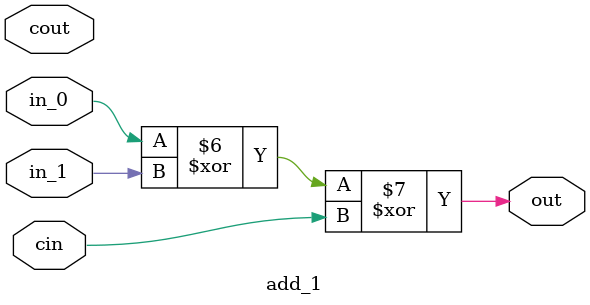
<source format=v>
`timescale 1ns / 1ps


module add_1(
    input in_0,
    input in_1,
    input cin,
    output out,
    input cout
);
    assign cout = (in_0 & in_1) | (in_0 & cin) | (in_1 & cin);
    assign out = (in_0 ^ in_1) ^ cin;
endmodule

</source>
